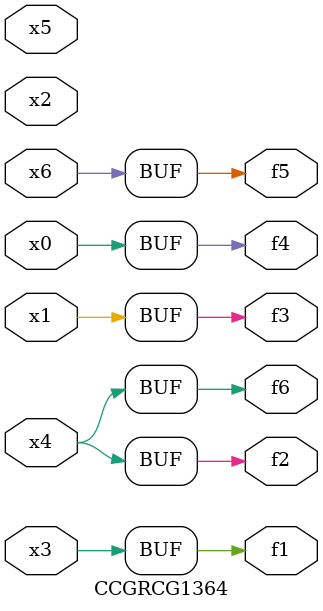
<source format=v>
module CCGRCG1364(
	input x0, x1, x2, x3, x4, x5, x6,
	output f1, f2, f3, f4, f5, f6
);
	assign f1 = x3;
	assign f2 = x4;
	assign f3 = x1;
	assign f4 = x0;
	assign f5 = x6;
	assign f6 = x4;
endmodule

</source>
